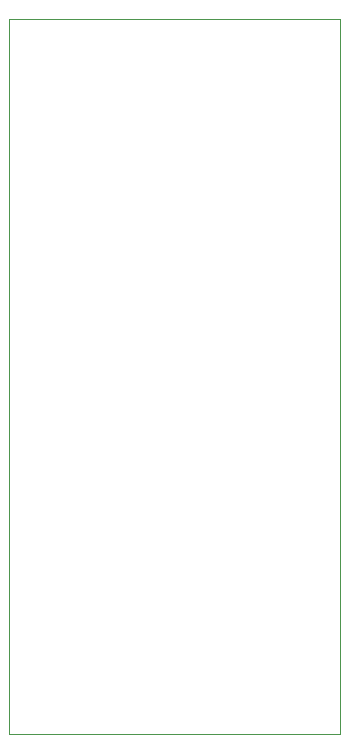
<source format=gbr>
%TF.GenerationSoftware,KiCad,Pcbnew,8.0.8*%
%TF.CreationDate,2025-02-15T17:25:52+01:00*%
%TF.ProjectId,Weathernode,57656174-6865-4726-9e6f-64652e6b6963,rev?*%
%TF.SameCoordinates,Original*%
%TF.FileFunction,Profile,NP*%
%FSLAX46Y46*%
G04 Gerber Fmt 4.6, Leading zero omitted, Abs format (unit mm)*
G04 Created by KiCad (PCBNEW 8.0.8) date 2025-02-15 17:25:52*
%MOMM*%
%LPD*%
G01*
G04 APERTURE LIST*
%TA.AperFunction,Profile*%
%ADD10C,0.100000*%
%TD*%
G04 APERTURE END LIST*
D10*
X79218000Y-39116000D02*
X107218000Y-39116000D01*
X107218000Y-99716000D01*
X79218000Y-99716000D01*
X79218000Y-39116000D01*
M02*

</source>
